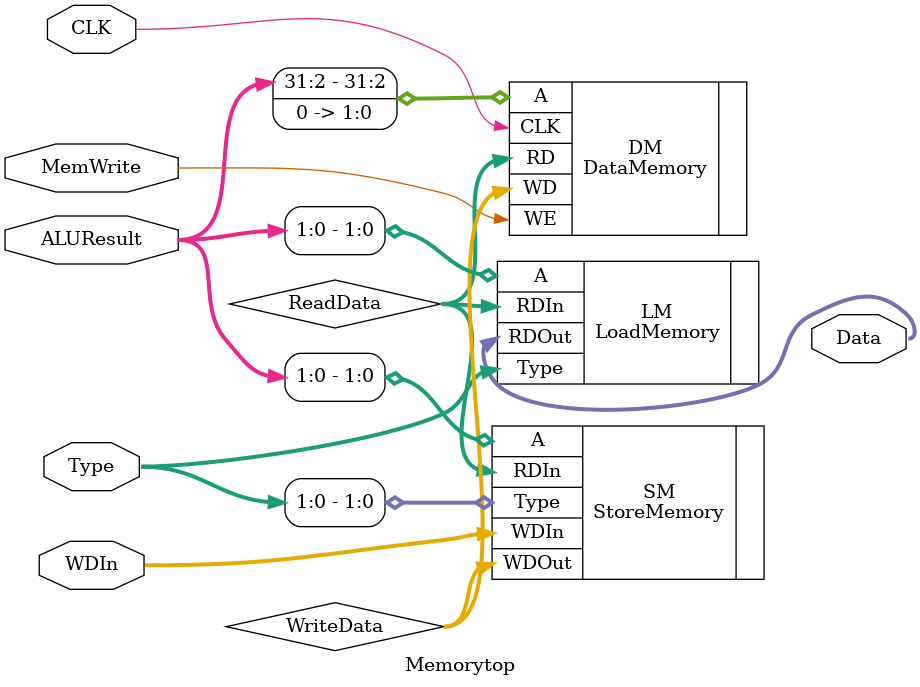
<source format=sv>
module Memorytop (
    input               CLK,
    input  logic [31:0] ALUResult,
    input  logic [31:0] WDIn,
    input  logic [ 2:0] Type,
    input  logic        MemWrite,
    output logic [31:0] Data
);

  logic [31:0] ReadData;
  logic [31:0] WriteData;

  // Store Memory Module
  StoreMemory SM (
      .A(ALUResult[1:0]),
      .Type(Type[1:0]),
      .RDIn(ReadData),
      .WDIn(WDIn),
      .WDOut(WriteData)
  );

  // Data Memory Module
  DataMemory DM (
      .A  ({{ALUResult[31:2]}, {2'b00}}),
      .WD (WriteData),
      .WE (MemWrite),
      .RD (ReadData),
      .CLK(CLK)
  );

  // Load Memory Module
  LoadMemory LM (
      .A(ALUResult[1:0]),
      .Type(Type),
      .RDIn(ReadData),
      .RDOut(Data)
  );

endmodule

</source>
